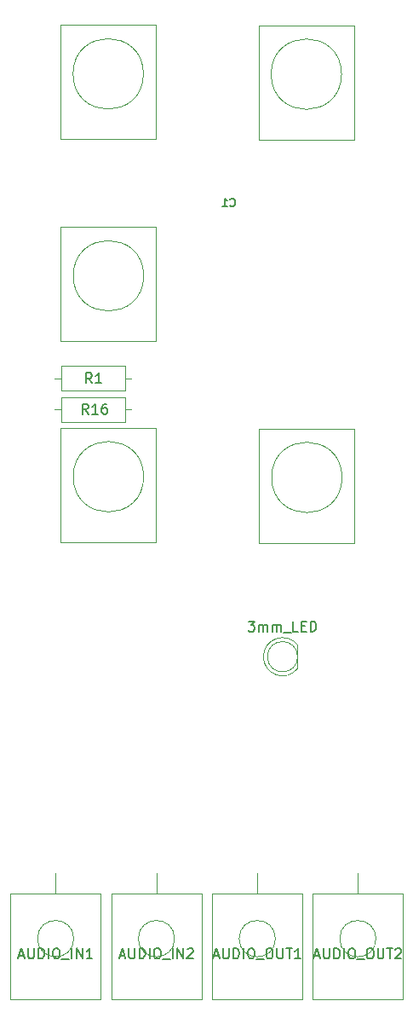
<source format=gbr>
%TF.GenerationSoftware,KiCad,Pcbnew,6.0.10+dfsg-1~bpo11+1*%
%TF.CreationDate,2023-02-01T14:50:13+08:00*%
%TF.ProjectId,MiniVerb - Main,4d696e69-5665-4726-9220-2d204d61696e,rev?*%
%TF.SameCoordinates,Original*%
%TF.FileFunction,AssemblyDrawing,Top*%
%FSLAX46Y46*%
G04 Gerber Fmt 4.6, Leading zero omitted, Abs format (unit mm)*
G04 Created by KiCad (PCBNEW 6.0.10+dfsg-1~bpo11+1) date 2023-02-01 14:50:13*
%MOMM*%
%LPD*%
G01*
G04 APERTURE LIST*
%ADD10C,0.150000*%
%ADD11C,0.140000*%
%ADD12C,0.100000*%
G04 APERTURE END LIST*
D10*
%TO.C,AUDIO_OUT1*%
X95685476Y-143580666D02*
X96161666Y-143580666D01*
X95590238Y-143866380D02*
X95923571Y-142866380D01*
X96256904Y-143866380D01*
X96590238Y-142866380D02*
X96590238Y-143675904D01*
X96637857Y-143771142D01*
X96685476Y-143818761D01*
X96780714Y-143866380D01*
X96971190Y-143866380D01*
X97066428Y-143818761D01*
X97114047Y-143771142D01*
X97161666Y-143675904D01*
X97161666Y-142866380D01*
X97637857Y-143866380D02*
X97637857Y-142866380D01*
X97875952Y-142866380D01*
X98018809Y-142914000D01*
X98114047Y-143009238D01*
X98161666Y-143104476D01*
X98209285Y-143294952D01*
X98209285Y-143437809D01*
X98161666Y-143628285D01*
X98114047Y-143723523D01*
X98018809Y-143818761D01*
X97875952Y-143866380D01*
X97637857Y-143866380D01*
X98637857Y-143866380D02*
X98637857Y-142866380D01*
X99304523Y-142866380D02*
X99495000Y-142866380D01*
X99590238Y-142914000D01*
X99685476Y-143009238D01*
X99733095Y-143199714D01*
X99733095Y-143533047D01*
X99685476Y-143723523D01*
X99590238Y-143818761D01*
X99495000Y-143866380D01*
X99304523Y-143866380D01*
X99209285Y-143818761D01*
X99114047Y-143723523D01*
X99066428Y-143533047D01*
X99066428Y-143199714D01*
X99114047Y-143009238D01*
X99209285Y-142914000D01*
X99304523Y-142866380D01*
X99923571Y-143961619D02*
X100685476Y-143961619D01*
X101114047Y-142866380D02*
X101304523Y-142866380D01*
X101399761Y-142914000D01*
X101495000Y-143009238D01*
X101542619Y-143199714D01*
X101542619Y-143533047D01*
X101495000Y-143723523D01*
X101399761Y-143818761D01*
X101304523Y-143866380D01*
X101114047Y-143866380D01*
X101018809Y-143818761D01*
X100923571Y-143723523D01*
X100875952Y-143533047D01*
X100875952Y-143199714D01*
X100923571Y-143009238D01*
X101018809Y-142914000D01*
X101114047Y-142866380D01*
X101971190Y-142866380D02*
X101971190Y-143675904D01*
X102018809Y-143771142D01*
X102066428Y-143818761D01*
X102161666Y-143866380D01*
X102352142Y-143866380D01*
X102447380Y-143818761D01*
X102495000Y-143771142D01*
X102542619Y-143675904D01*
X102542619Y-142866380D01*
X102875952Y-142866380D02*
X103447380Y-142866380D01*
X103161666Y-143866380D02*
X103161666Y-142866380D01*
X104304523Y-143866380D02*
X103733095Y-143866380D01*
X104018809Y-143866380D02*
X104018809Y-142866380D01*
X103923571Y-143009238D01*
X103828333Y-143104476D01*
X103733095Y-143152095D01*
%TO.C,R1*%
X83558333Y-86722380D02*
X83225000Y-86246190D01*
X82986904Y-86722380D02*
X82986904Y-85722380D01*
X83367857Y-85722380D01*
X83463095Y-85770000D01*
X83510714Y-85817619D01*
X83558333Y-85912857D01*
X83558333Y-86055714D01*
X83510714Y-86150952D01*
X83463095Y-86198571D01*
X83367857Y-86246190D01*
X82986904Y-86246190D01*
X84510714Y-86722380D02*
X83939285Y-86722380D01*
X84225000Y-86722380D02*
X84225000Y-85722380D01*
X84129761Y-85865238D01*
X84034523Y-85960476D01*
X83939285Y-86008095D01*
%TO.C,AUDIO_IN2*%
X86328142Y-143580666D02*
X86804333Y-143580666D01*
X86232904Y-143866380D02*
X86566238Y-142866380D01*
X86899571Y-143866380D01*
X87232904Y-142866380D02*
X87232904Y-143675904D01*
X87280523Y-143771142D01*
X87328142Y-143818761D01*
X87423380Y-143866380D01*
X87613857Y-143866380D01*
X87709095Y-143818761D01*
X87756714Y-143771142D01*
X87804333Y-143675904D01*
X87804333Y-142866380D01*
X88280523Y-143866380D02*
X88280523Y-142866380D01*
X88518619Y-142866380D01*
X88661476Y-142914000D01*
X88756714Y-143009238D01*
X88804333Y-143104476D01*
X88851952Y-143294952D01*
X88851952Y-143437809D01*
X88804333Y-143628285D01*
X88756714Y-143723523D01*
X88661476Y-143818761D01*
X88518619Y-143866380D01*
X88280523Y-143866380D01*
X89280523Y-143866380D02*
X89280523Y-142866380D01*
X89947190Y-142866380D02*
X90137666Y-142866380D01*
X90232904Y-142914000D01*
X90328142Y-143009238D01*
X90375761Y-143199714D01*
X90375761Y-143533047D01*
X90328142Y-143723523D01*
X90232904Y-143818761D01*
X90137666Y-143866380D01*
X89947190Y-143866380D01*
X89851952Y-143818761D01*
X89756714Y-143723523D01*
X89709095Y-143533047D01*
X89709095Y-143199714D01*
X89756714Y-143009238D01*
X89851952Y-142914000D01*
X89947190Y-142866380D01*
X90566238Y-143961619D02*
X91328142Y-143961619D01*
X91566238Y-143866380D02*
X91566238Y-142866380D01*
X92042428Y-143866380D02*
X92042428Y-142866380D01*
X92613857Y-143866380D01*
X92613857Y-142866380D01*
X93042428Y-142961619D02*
X93090047Y-142914000D01*
X93185285Y-142866380D01*
X93423380Y-142866380D01*
X93518619Y-142914000D01*
X93566238Y-142961619D01*
X93613857Y-143056857D01*
X93613857Y-143152095D01*
X93566238Y-143294952D01*
X92994809Y-143866380D01*
X93613857Y-143866380D01*
%TO.C,AUDIO_IN1*%
X76302142Y-143580666D02*
X76778333Y-143580666D01*
X76206904Y-143866380D02*
X76540238Y-142866380D01*
X76873571Y-143866380D01*
X77206904Y-142866380D02*
X77206904Y-143675904D01*
X77254523Y-143771142D01*
X77302142Y-143818761D01*
X77397380Y-143866380D01*
X77587857Y-143866380D01*
X77683095Y-143818761D01*
X77730714Y-143771142D01*
X77778333Y-143675904D01*
X77778333Y-142866380D01*
X78254523Y-143866380D02*
X78254523Y-142866380D01*
X78492619Y-142866380D01*
X78635476Y-142914000D01*
X78730714Y-143009238D01*
X78778333Y-143104476D01*
X78825952Y-143294952D01*
X78825952Y-143437809D01*
X78778333Y-143628285D01*
X78730714Y-143723523D01*
X78635476Y-143818761D01*
X78492619Y-143866380D01*
X78254523Y-143866380D01*
X79254523Y-143866380D02*
X79254523Y-142866380D01*
X79921190Y-142866380D02*
X80111666Y-142866380D01*
X80206904Y-142914000D01*
X80302142Y-143009238D01*
X80349761Y-143199714D01*
X80349761Y-143533047D01*
X80302142Y-143723523D01*
X80206904Y-143818761D01*
X80111666Y-143866380D01*
X79921190Y-143866380D01*
X79825952Y-143818761D01*
X79730714Y-143723523D01*
X79683095Y-143533047D01*
X79683095Y-143199714D01*
X79730714Y-143009238D01*
X79825952Y-142914000D01*
X79921190Y-142866380D01*
X80540238Y-143961619D02*
X81302142Y-143961619D01*
X81540238Y-143866380D02*
X81540238Y-142866380D01*
X82016428Y-143866380D02*
X82016428Y-142866380D01*
X82587857Y-143866380D01*
X82587857Y-142866380D01*
X83587857Y-143866380D02*
X83016428Y-143866380D01*
X83302142Y-143866380D02*
X83302142Y-142866380D01*
X83206904Y-143009238D01*
X83111666Y-143104476D01*
X83016428Y-143152095D01*
%TO.C,AUDIO_OUT2*%
X105685476Y-143586666D02*
X106161666Y-143586666D01*
X105590238Y-143872380D02*
X105923571Y-142872380D01*
X106256904Y-143872380D01*
X106590238Y-142872380D02*
X106590238Y-143681904D01*
X106637857Y-143777142D01*
X106685476Y-143824761D01*
X106780714Y-143872380D01*
X106971190Y-143872380D01*
X107066428Y-143824761D01*
X107114047Y-143777142D01*
X107161666Y-143681904D01*
X107161666Y-142872380D01*
X107637857Y-143872380D02*
X107637857Y-142872380D01*
X107875952Y-142872380D01*
X108018809Y-142920000D01*
X108114047Y-143015238D01*
X108161666Y-143110476D01*
X108209285Y-143300952D01*
X108209285Y-143443809D01*
X108161666Y-143634285D01*
X108114047Y-143729523D01*
X108018809Y-143824761D01*
X107875952Y-143872380D01*
X107637857Y-143872380D01*
X108637857Y-143872380D02*
X108637857Y-142872380D01*
X109304523Y-142872380D02*
X109495000Y-142872380D01*
X109590238Y-142920000D01*
X109685476Y-143015238D01*
X109733095Y-143205714D01*
X109733095Y-143539047D01*
X109685476Y-143729523D01*
X109590238Y-143824761D01*
X109495000Y-143872380D01*
X109304523Y-143872380D01*
X109209285Y-143824761D01*
X109114047Y-143729523D01*
X109066428Y-143539047D01*
X109066428Y-143205714D01*
X109114047Y-143015238D01*
X109209285Y-142920000D01*
X109304523Y-142872380D01*
X109923571Y-143967619D02*
X110685476Y-143967619D01*
X111114047Y-142872380D02*
X111304523Y-142872380D01*
X111399761Y-142920000D01*
X111495000Y-143015238D01*
X111542619Y-143205714D01*
X111542619Y-143539047D01*
X111495000Y-143729523D01*
X111399761Y-143824761D01*
X111304523Y-143872380D01*
X111114047Y-143872380D01*
X111018809Y-143824761D01*
X110923571Y-143729523D01*
X110875952Y-143539047D01*
X110875952Y-143205714D01*
X110923571Y-143015238D01*
X111018809Y-142920000D01*
X111114047Y-142872380D01*
X111971190Y-142872380D02*
X111971190Y-143681904D01*
X112018809Y-143777142D01*
X112066428Y-143824761D01*
X112161666Y-143872380D01*
X112352142Y-143872380D01*
X112447380Y-143824761D01*
X112495000Y-143777142D01*
X112542619Y-143681904D01*
X112542619Y-142872380D01*
X112875952Y-142872380D02*
X113447380Y-142872380D01*
X113161666Y-143872380D02*
X113161666Y-142872380D01*
X113733095Y-142967619D02*
X113780714Y-142920000D01*
X113875952Y-142872380D01*
X114114047Y-142872380D01*
X114209285Y-142920000D01*
X114256904Y-142967619D01*
X114304523Y-143062857D01*
X114304523Y-143158095D01*
X114256904Y-143300952D01*
X113685476Y-143872380D01*
X114304523Y-143872380D01*
%TO.C,R16*%
X83192142Y-89802380D02*
X82858809Y-89326190D01*
X82620714Y-89802380D02*
X82620714Y-88802380D01*
X83001666Y-88802380D01*
X83096904Y-88850000D01*
X83144523Y-88897619D01*
X83192142Y-88992857D01*
X83192142Y-89135714D01*
X83144523Y-89230952D01*
X83096904Y-89278571D01*
X83001666Y-89326190D01*
X82620714Y-89326190D01*
X84144523Y-89802380D02*
X83573095Y-89802380D01*
X83858809Y-89802380D02*
X83858809Y-88802380D01*
X83763571Y-88945238D01*
X83668333Y-89040476D01*
X83573095Y-89088095D01*
X85001666Y-88802380D02*
X84811190Y-88802380D01*
X84715952Y-88850000D01*
X84668333Y-88897619D01*
X84573095Y-89040476D01*
X84525476Y-89230952D01*
X84525476Y-89611904D01*
X84573095Y-89707142D01*
X84620714Y-89754761D01*
X84715952Y-89802380D01*
X84906428Y-89802380D01*
X85001666Y-89754761D01*
X85049285Y-89707142D01*
X85096904Y-89611904D01*
X85096904Y-89373809D01*
X85049285Y-89278571D01*
X85001666Y-89230952D01*
X84906428Y-89183333D01*
X84715952Y-89183333D01*
X84620714Y-89230952D01*
X84573095Y-89278571D01*
X84525476Y-89373809D01*
%TO.C,D1*%
X99100238Y-110392380D02*
X99719285Y-110392380D01*
X99385952Y-110773333D01*
X99528809Y-110773333D01*
X99624047Y-110820952D01*
X99671666Y-110868571D01*
X99719285Y-110963809D01*
X99719285Y-111201904D01*
X99671666Y-111297142D01*
X99624047Y-111344761D01*
X99528809Y-111392380D01*
X99243095Y-111392380D01*
X99147857Y-111344761D01*
X99100238Y-111297142D01*
X100147857Y-111392380D02*
X100147857Y-110725714D01*
X100147857Y-110820952D02*
X100195476Y-110773333D01*
X100290714Y-110725714D01*
X100433571Y-110725714D01*
X100528809Y-110773333D01*
X100576428Y-110868571D01*
X100576428Y-111392380D01*
X100576428Y-110868571D02*
X100624047Y-110773333D01*
X100719285Y-110725714D01*
X100862142Y-110725714D01*
X100957380Y-110773333D01*
X101005000Y-110868571D01*
X101005000Y-111392380D01*
X101481190Y-111392380D02*
X101481190Y-110725714D01*
X101481190Y-110820952D02*
X101528809Y-110773333D01*
X101624047Y-110725714D01*
X101766904Y-110725714D01*
X101862142Y-110773333D01*
X101909761Y-110868571D01*
X101909761Y-111392380D01*
X101909761Y-110868571D02*
X101957380Y-110773333D01*
X102052619Y-110725714D01*
X102195476Y-110725714D01*
X102290714Y-110773333D01*
X102338333Y-110868571D01*
X102338333Y-111392380D01*
X102576428Y-111487619D02*
X103338333Y-111487619D01*
X104052619Y-111392380D02*
X103576428Y-111392380D01*
X103576428Y-110392380D01*
X104385952Y-110868571D02*
X104719285Y-110868571D01*
X104862142Y-111392380D02*
X104385952Y-111392380D01*
X104385952Y-110392380D01*
X104862142Y-110392380D01*
X105290714Y-111392380D02*
X105290714Y-110392380D01*
X105528809Y-110392380D01*
X105671666Y-110440000D01*
X105766904Y-110535238D01*
X105814523Y-110630476D01*
X105862142Y-110820952D01*
X105862142Y-110963809D01*
X105814523Y-111154285D01*
X105766904Y-111249523D01*
X105671666Y-111344761D01*
X105528809Y-111392380D01*
X105290714Y-111392380D01*
D11*
%TO.C,C1*%
X97298333Y-69105714D02*
X97336428Y-69143809D01*
X97450714Y-69181904D01*
X97526904Y-69181904D01*
X97641190Y-69143809D01*
X97717380Y-69067619D01*
X97755476Y-68991428D01*
X97793571Y-68839047D01*
X97793571Y-68724761D01*
X97755476Y-68572380D01*
X97717380Y-68496190D01*
X97641190Y-68420000D01*
X97526904Y-68381904D01*
X97450714Y-68381904D01*
X97336428Y-68420000D01*
X97298333Y-68458095D01*
X96536428Y-69181904D02*
X96993571Y-69181904D01*
X96765000Y-69181904D02*
X96765000Y-68381904D01*
X96841190Y-68496190D01*
X96917380Y-68572380D01*
X96993571Y-68610476D01*
D12*
%TO.C,AUDIO_OUT1*%
X99995000Y-135414000D02*
X99995000Y-137444000D01*
X104495000Y-147894000D02*
X104495000Y-137494000D01*
X104495000Y-147894000D02*
X95495000Y-147894000D01*
X104495000Y-137444000D02*
X95495000Y-137444000D01*
X95495000Y-147894000D02*
X95495000Y-137494000D01*
X101795000Y-141894000D02*
G75*
G03*
X101795000Y-141894000I-1800000J0D01*
G01*
%TO.C,POT_FBK1*%
X80450000Y-82575000D02*
X80450000Y-71225000D01*
X89950000Y-82575000D02*
X89950000Y-71225000D01*
X89950000Y-82575000D02*
X80450000Y-82575000D01*
X89950000Y-71225000D02*
X80450000Y-71225000D01*
X88700000Y-76075000D02*
G75*
G03*
X88700000Y-76075000I-3500000J0D01*
G01*
%TO.C,POT_DRY1*%
X80425000Y-62525000D02*
X80425000Y-51175000D01*
X89925000Y-62525000D02*
X80425000Y-62525000D01*
X89925000Y-51175000D02*
X80425000Y-51175000D01*
X89925000Y-62525000D02*
X89925000Y-51175000D01*
X88675000Y-56025000D02*
G75*
G03*
X88675000Y-56025000I-3500000J0D01*
G01*
%TO.C,R1*%
X86825000Y-87500000D02*
X86825000Y-85000000D01*
X87485000Y-86250000D02*
X86825000Y-86250000D01*
X80525000Y-85000000D02*
X80525000Y-87500000D01*
X80525000Y-87500000D02*
X86825000Y-87500000D01*
X86825000Y-85000000D02*
X80525000Y-85000000D01*
X79865000Y-86250000D02*
X80525000Y-86250000D01*
%TO.C,AUDIO_IN2*%
X94471000Y-147894000D02*
X85471000Y-147894000D01*
X94471000Y-147894000D02*
X94471000Y-137494000D01*
X85471000Y-147894000D02*
X85471000Y-137494000D01*
X89971000Y-135414000D02*
X89971000Y-137444000D01*
X94471000Y-137444000D02*
X85471000Y-137444000D01*
X91771000Y-141894000D02*
G75*
G03*
X91771000Y-141894000I-1800000J0D01*
G01*
%TO.C,AUDIO_IN1*%
X75445000Y-147894000D02*
X75445000Y-137494000D01*
X84445000Y-137444000D02*
X75445000Y-137444000D01*
X84445000Y-147894000D02*
X84445000Y-137494000D01*
X79945000Y-135414000D02*
X79945000Y-137444000D01*
X84445000Y-147894000D02*
X75445000Y-147894000D01*
X81745000Y-141894000D02*
G75*
G03*
X81745000Y-141894000I-1800000J0D01*
G01*
%TO.C,POT_WET1*%
X109625000Y-51200000D02*
X100125000Y-51200000D01*
X100125000Y-62550000D02*
X100125000Y-51200000D01*
X109625000Y-62550000D02*
X109625000Y-51200000D01*
X109625000Y-62550000D02*
X100125000Y-62550000D01*
X108375000Y-56050000D02*
G75*
G03*
X108375000Y-56050000I-3500000J0D01*
G01*
%TO.C,POT_LPF1*%
X89950000Y-91175000D02*
X80450000Y-91175000D01*
X89950000Y-102525000D02*
X80450000Y-102525000D01*
X89950000Y-102525000D02*
X89950000Y-91175000D01*
X80450000Y-102525000D02*
X80450000Y-91175000D01*
X88700000Y-96025000D02*
G75*
G03*
X88700000Y-96025000I-3500000J0D01*
G01*
%TO.C,AUDIO_OUT2*%
X114495000Y-137450000D02*
X105495000Y-137450000D01*
X114495000Y-147900000D02*
X105495000Y-147900000D01*
X105495000Y-147900000D02*
X105495000Y-137500000D01*
X109995000Y-135420000D02*
X109995000Y-137450000D01*
X114495000Y-147900000D02*
X114495000Y-137500000D01*
X111795000Y-141900000D02*
G75*
G03*
X111795000Y-141900000I-1800000J0D01*
G01*
%TO.C,POT_MOD1*%
X109675000Y-102596088D02*
X100175000Y-102596088D01*
X109675000Y-91246088D02*
X100175000Y-91246088D01*
X100175000Y-102596088D02*
X100175000Y-91246088D01*
X109675000Y-102596088D02*
X109675000Y-91246088D01*
X108425000Y-96096088D02*
G75*
G03*
X108425000Y-96096088I-3500000J0D01*
G01*
%TO.C,R16*%
X80525000Y-88100000D02*
X80525000Y-90600000D01*
X86825000Y-88100000D02*
X80525000Y-88100000D01*
X86825000Y-90600000D02*
X86825000Y-88100000D01*
X79865000Y-89350000D02*
X80525000Y-89350000D01*
X87485000Y-89350000D02*
X86825000Y-89350000D01*
X80525000Y-90600000D02*
X86825000Y-90600000D01*
%TO.C,D1*%
X104005000Y-115066190D02*
X104005000Y-112733810D01*
X104005555Y-112734524D02*
G75*
G03*
X104005000Y-115066190I-1500555J-1165476D01*
G01*
X104005000Y-113900000D02*
G75*
G03*
X104005000Y-113900000I-1500000J0D01*
G01*
%TD*%
M02*

</source>
